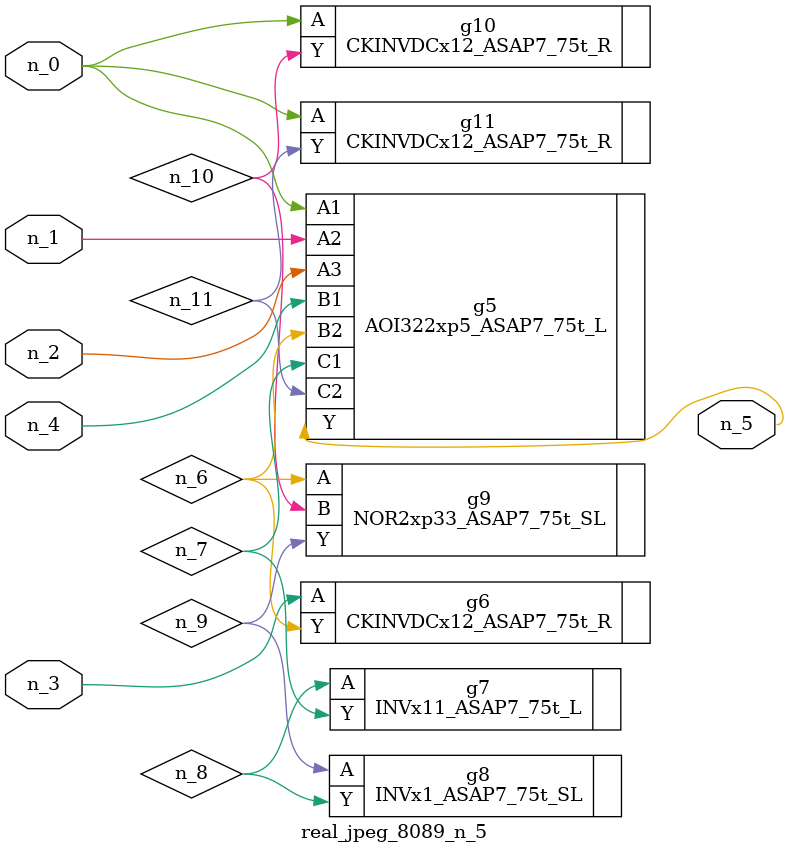
<source format=v>
module real_jpeg_8089_n_5 (n_4, n_0, n_1, n_2, n_3, n_5);

input n_4;
input n_0;
input n_1;
input n_2;
input n_3;

output n_5;

wire n_8;
wire n_11;
wire n_6;
wire n_7;
wire n_10;
wire n_9;

AOI322xp5_ASAP7_75t_L g5 ( 
.A1(n_0),
.A2(n_1),
.A3(n_2),
.B1(n_4),
.B2(n_6),
.C1(n_7),
.C2(n_11),
.Y(n_5)
);

CKINVDCx12_ASAP7_75t_R g10 ( 
.A(n_0),
.Y(n_10)
);

CKINVDCx12_ASAP7_75t_R g11 ( 
.A(n_0),
.Y(n_11)
);

CKINVDCx12_ASAP7_75t_R g6 ( 
.A(n_3),
.Y(n_6)
);

NOR2xp33_ASAP7_75t_SL g9 ( 
.A(n_6),
.B(n_10),
.Y(n_9)
);

INVx11_ASAP7_75t_L g7 ( 
.A(n_8),
.Y(n_7)
);

INVx1_ASAP7_75t_SL g8 ( 
.A(n_9),
.Y(n_8)
);


endmodule
</source>
